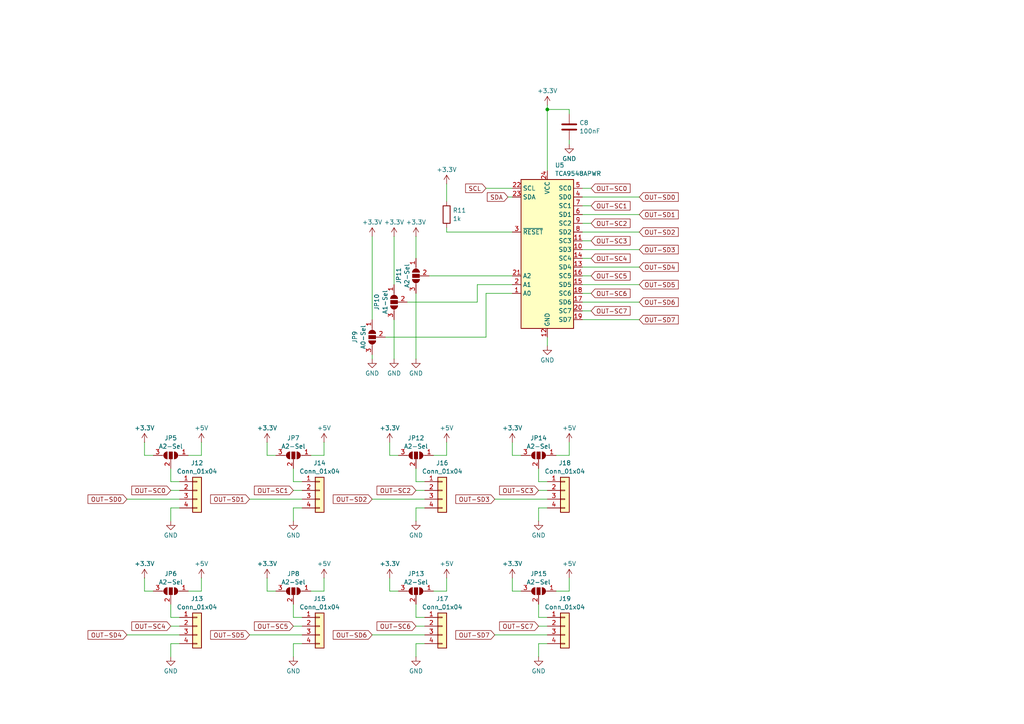
<source format=kicad_sch>
(kicad_sch (version 20231120) (generator "eeschema") (generator_version "8.0")
  (paper "A4")
  (lib_symbols
    (symbol "Connector_Generic:Conn_01x04" (pin_names (offset 1.016) hide)
      (property "Reference" "J" (at 0 5.08 0))
      (property "Value" "Conn_01x04" (at 0 -7.62 0))
      (symbol "Conn_01x04_1_1"
        (rectangle (start -1.27 -4.953) (end 0 -5.207) (stroke (width 0.1524)))
        (rectangle (start -1.27 -2.413) (end 0 -2.667) (stroke (width 0.1524)))
        (rectangle (start -1.27 0.127) (end 0 -0.127) (stroke (width 0.1524)))
        (rectangle (start -1.27 2.667) (end 0 2.413) (stroke (width 0.1524)))
        (rectangle (start -1.27 3.81) (end 1.27 -6.35) (stroke (width 0.254)) (fill (type background)))
        (pin passive line (at -5.08 2.54 0) (length 3.81) (name "Pin_1") (number "1"))
        (pin passive line (at -5.08 0 0) (length 3.81) (name "Pin_2") (number "2"))
        (pin passive line (at -5.08 -2.54 0) (length 3.81) (name "Pin_3") (number "3"))
        (pin passive line (at -5.08 -5.08 0) (length 3.81) (name "Pin_4") (number "4"))
      )
    )
    (symbol "Device:C" (pin_numbers hide) (pin_names (offset 0.254))
      (property "Reference" "C" (at 0.635 2.54 0))
      (property "Value" "C" (at 0.635 -2.54 0))
      (symbol "C_0_1"
        (polyline (pts (xy -2.032 -0.762) (xy 2.032 -0.762)) (stroke (width 0.508)))
        (polyline (pts (xy -2.032 0.762) (xy 2.032 0.762)) (stroke (width 0.508)))
      )
      (symbol "C_1_1"
        (pin passive line (at 0 3.81 270) (length 2.794) (name "~") (number "1"))
        (pin passive line (at 0 -3.81 90) (length 2.794) (name "~") (number "2"))
      )
    )
    (symbol "Device:R" (pin_numbers hide) (pin_names (offset 0))
      (property "Reference" "R" (at 2.032 0 90))
      (property "Value" "R" (at 0 0 90))
      (symbol "R_0_1"
        (rectangle (start -1.016 -2.54) (end 1.016 2.54) (stroke (width 0.254)))
      )
      (symbol "R_1_1"
        (pin passive line (at 0 3.81 270) (length 1.27) (name "~") (number "1"))
        (pin passive line (at 0 -3.81 90) (length 1.27) (name "~") (number "2"))
      )
    )
    (symbol "Interface_Expansion:TCA9548APWR"
      (property "Reference" "U" (at -7.62 21.59 0))
      (property "Value" "TCA9548APWR" (at 1.016 21.59 0))
      (symbol "TCA9548APWR_0_1"
        (rectangle (start -7.62 20.32) (end 7.62 -22.86) (stroke (width 0.254)) (fill (type background)))
      )
      (symbol "TCA9548APWR_1_1"
        (pin input line (at -10.16 -12.7 0) (length 2.54) (name "A0") (number "1"))
        (pin bidirectional line (at 10.16 0 180) (length 2.54) (name "SD3") (number "10"))
        (pin output line (at 10.16 2.54 180) (length 2.54) (name "SC3") (number "11"))
        (pin power_in line (at 0 -25.4 90) (length 2.54) (name "GND") (number "12"))
        (pin bidirectional line (at 10.16 -5.08 180) (length 2.54) (name "SD4") (number "13"))
        (pin output line (at 10.16 -2.54 180) (length 2.54) (name "SC4") (number "14"))
        (pin bidirectional line (at 10.16 -10.16 180) (length 2.54) (name "SD5") (number "15"))
        (pin output line (at 10.16 -7.62 180) (length 2.54) (name "SC5") (number "16"))
        (pin bidirectional line (at 10.16 -15.24 180) (length 2.54) (name "SD6") (number "17"))
        (pin output line (at 10.16 -12.7 180) (length 2.54) (name "SC6") (number "18"))
        (pin bidirectional line (at 10.16 -20.32 180) (length 2.54) (name "SD7") (number "19"))
        (pin input line (at -10.16 -10.16 0) (length 2.54) (name "A1") (number "2"))
        (pin output line (at 10.16 -17.78 180) (length 2.54) (name "SC7") (number "20"))
        (pin input line (at -10.16 -7.62 0) (length 2.54) (name "A2") (number "21"))
        (pin input line (at -10.16 17.78 0) (length 2.54) (name "SCL") (number "22"))
        (pin bidirectional line (at -10.16 15.24 0) (length 2.54) (name "SDA") (number "23"))
        (pin power_in line (at 0 22.86 270) (length 2.54) (name "VCC") (number "24"))
        (pin input line (at -10.16 5.08 0) (length 2.54) (name "~{RESET}") (number "3"))
        (pin bidirectional line (at 10.16 15.24 180) (length 2.54) (name "SD0") (number "4"))
        (pin output line (at 10.16 17.78 180) (length 2.54) (name "SC0") (number "5"))
        (pin bidirectional line (at 10.16 10.16 180) (length 2.54) (name "SD1") (number "6"))
        (pin output line (at 10.16 12.7 180) (length 2.54) (name "SC1") (number "7"))
        (pin bidirectional line (at 10.16 5.08 180) (length 2.54) (name "SD2") (number "8"))
        (pin output line (at 10.16 7.62 180) (length 2.54) (name "SC2") (number "9"))
      )
    )
    (symbol "Jumper:SolderJumper_3_Open" (pin_names (offset 0) hide) (exclude_from_sim yes) (in_bom no)
      (property "Reference" "JP" (at -2.54 -2.54 0))
      (property "Value" "SolderJumper_3_Open" (at 0 2.794 0))
      (symbol "SolderJumper_3_Open_0_1"
        (arc (start -1.016 1.016) (mid -2.0276 0) (end -1.016 -1.016))
        (arc (start -1.016 1.016) (mid -2.0276 0) (end -1.016 -1.016) (fill (type outline)))
        (rectangle (start -0.508 1.016) (end 0.508 -1.016) (fill (type outline)))
        (polyline (pts (xy -2.54 0) (xy -2.032 0)))
        (polyline (pts (xy -1.016 1.016) (xy -1.016 -1.016)))
        (polyline (pts (xy 0 -1.27) (xy 0 -1.016)))
        (polyline (pts (xy 1.016 1.016) (xy 1.016 -1.016)))
        (polyline (pts (xy 2.54 0) (xy 2.032 0)))
        (arc (start 1.016 -1.016) (mid 2.0276 0) (end 1.016 1.016))
        (arc (start 1.016 -1.016) (mid 2.0276 0) (end 1.016 1.016) (fill (type outline)))
      )
      (symbol "SolderJumper_3_Open_1_1"
        (pin passive line (at -5.08 0 0) (length 2.54) (name "A") (number "1"))
        (pin passive line (at 0 -3.81 90) (length 2.54) (name "C") (number "2"))
        (pin passive line (at 5.08 0 180) (length 2.54) (name "B") (number "3"))
      )
    )
    (symbol "power:+3.3V" (power) (pin_numbers hide) (pin_names (offset 0) hide)
      (property "Value" "+3.3V" (at 0 3.556 0))
      (symbol "+3.3V_0_1"
        (polyline (pts (xy -0.762 1.27) (xy 0 2.54)))
        (polyline (pts (xy 0 0) (xy 0 2.54)))
        (polyline (pts (xy 0 2.54) (xy 0.762 1.27)))
      )
      (symbol "+3.3V_1_1"
        (pin power_in line (at 0 0 90) (length 0) (name "~") (number "1"))
      )
    )
    (symbol "power:+5V" (power) (pin_numbers hide) (pin_names (offset 0) hide)
      (property "Value" "+5V" (at 0 3.556 0))
      (symbol "+5V_0_1"
        (polyline (pts (xy -0.762 1.27) (xy 0 2.54)))
        (polyline (pts (xy 0 0) (xy 0 2.54)))
        (polyline (pts (xy 0 2.54) (xy 0.762 1.27)))
      )
      (symbol "+5V_1_1"
        (pin power_in line (at 0 0 90) (length 0) (name "~") (number "1"))
      )
    )
    (symbol "power:GND" (power) (pin_numbers hide) (pin_names (offset 0) hide)
      (property "Value" "GND" (at 0 -3.81 0))
      (symbol "GND_0_1"
        (polyline (pts (xy 0 0) (xy 0 -1.27) (xy 1.27 -1.27) (xy 0 -2.54) (xy -1.27 -1.27) (xy 0 -1.27)))
      )
      (symbol "GND_1_1"
        (pin power_in line (at 0 0 270) (length 0) (name "~") (number "1"))
      )
    )
  )
  (junction (at 158.75 31.75))
  (wire (pts (xy 158.75 97.79) (xy 158.75 100.33)))
  (wire (pts (xy 129.54 132.08) (xy 129.54 128.27)))
  (wire (pts (xy 140.97 54.61) (xy 148.59 54.61)))
  (wire (pts (xy 58.42 132.08) (xy 58.42 128.27)))
  (wire (pts (xy 140.97 97.79) (xy 111.76 97.79)))
  (wire (pts (xy 165.1 171.45) (xy 165.1 167.64)))
  (wire (pts (xy 120.65 142.24) (xy 123.19 142.24)))
  (wire (pts (xy 147.32 57.15) (xy 148.59 57.15)))
  (wire (pts (xy 85.09 179.07) (xy 87.63 179.07)))
  (wire (pts (xy 90.17 171.45) (xy 93.98 171.45)))
  (wire (pts (xy 120.65 139.7) (xy 123.19 139.7)))
  (wire (pts (xy 168.91 64.77) (xy 171.45 64.77)))
  (wire (pts (xy 158.75 31.75) (xy 158.75 49.53)))
  (wire (pts (xy 85.09 147.32) (xy 85.09 151.13)))
  (wire (pts (xy 168.91 69.85) (xy 171.45 69.85)))
  (wire (pts (xy 85.09 181.61) (xy 87.63 181.61)))
  (wire (pts (xy 168.91 62.23) (xy 185.42 62.23)))
  (wire (pts (xy 41.91 167.64) (xy 41.91 171.45)))
  (wire (pts (xy 107.95 144.78) (xy 123.19 144.78)))
  (wire (pts (xy 93.98 132.08) (xy 93.98 128.27)))
  (wire (pts (xy 156.21 175.26) (xy 156.21 179.07)))
  (wire (pts (xy 49.53 135.89) (xy 49.53 139.7)))
  (wire (pts (xy 168.91 80.01) (xy 171.45 80.01)))
  (wire (pts (xy 85.09 135.89) (xy 85.09 139.7)))
  (wire (pts (xy 165.1 40.64) (xy 165.1 41.91)))
  (wire (pts (xy 120.65 85.09) (xy 120.65 104.14)))
  (wire (pts (xy 87.63 186.69) (xy 85.09 186.69)))
  (wire (pts (xy 129.54 171.45) (xy 129.54 167.64)))
  (wire (pts (xy 41.91 171.45) (xy 44.45 171.45)))
  (wire (pts (xy 114.3 92.71) (xy 114.3 104.14)))
  (wire (pts (xy 168.91 74.93) (xy 171.45 74.93)))
  (wire (pts (xy 168.91 72.39) (xy 185.42 72.39)))
  (wire (pts (xy 125.73 171.45) (xy 129.54 171.45)))
  (wire (pts (xy 36.83 184.15) (xy 52.07 184.15)))
  (wire (pts (xy 158.75 30.48) (xy 158.75 31.75)))
  (wire (pts (xy 156.21 179.07) (xy 158.75 179.07)))
  (wire (pts (xy 77.47 167.64) (xy 77.47 171.45)))
  (wire (pts (xy 148.59 82.55) (xy 138.43 82.55)))
  (wire (pts (xy 41.91 132.08) (xy 44.45 132.08)))
  (wire (pts (xy 58.42 171.45) (xy 58.42 167.64)))
  (wire (pts (xy 52.07 186.69) (xy 49.53 186.69)))
  (wire (pts (xy 148.59 167.64) (xy 148.59 171.45)))
  (wire (pts (xy 49.53 175.26) (xy 49.53 179.07)))
  (wire (pts (xy 156.21 147.32) (xy 156.21 151.13)))
  (wire (pts (xy 125.73 132.08) (xy 129.54 132.08)))
  (wire (pts (xy 156.21 135.89) (xy 156.21 139.7)))
  (wire (pts (xy 54.61 132.08) (xy 58.42 132.08)))
  (wire (pts (xy 107.95 68.58) (xy 107.95 92.71)))
  (wire (pts (xy 168.91 85.09) (xy 171.45 85.09)))
  (wire (pts (xy 41.91 128.27) (xy 41.91 132.08)))
  (wire (pts (xy 120.65 181.61) (xy 123.19 181.61)))
  (wire (pts (xy 161.29 132.08) (xy 165.1 132.08)))
  (wire (pts (xy 72.39 184.15) (xy 87.63 184.15)))
  (wire (pts (xy 158.75 147.32) (xy 156.21 147.32)))
  (wire (pts (xy 77.47 171.45) (xy 80.01 171.45)))
  (wire (pts (xy 114.3 68.58) (xy 114.3 82.55)))
  (wire (pts (xy 168.91 59.69) (xy 171.45 59.69)))
  (wire (pts (xy 85.09 139.7) (xy 87.63 139.7)))
  (wire (pts (xy 138.43 82.55) (xy 138.43 87.63)))
  (wire (pts (xy 49.53 186.69) (xy 49.53 190.5)))
  (wire (pts (xy 123.19 147.32) (xy 120.65 147.32)))
  (wire (pts (xy 143.51 184.15) (xy 158.75 184.15)))
  (wire (pts (xy 129.54 67.31) (xy 129.54 66.04)))
  (wire (pts (xy 113.03 171.45) (xy 115.57 171.45)))
  (wire (pts (xy 120.65 186.69) (xy 120.65 190.5)))
  (wire (pts (xy 120.65 68.58) (xy 120.65 74.93)))
  (wire (pts (xy 113.03 167.64) (xy 113.03 171.45)))
  (wire (pts (xy 123.19 186.69) (xy 120.65 186.69)))
  (wire (pts (xy 158.75 31.75) (xy 165.1 31.75)))
  (wire (pts (xy 168.91 67.31) (xy 185.42 67.31)))
  (wire (pts (xy 143.51 144.78) (xy 158.75 144.78)))
  (wire (pts (xy 107.95 184.15) (xy 123.19 184.15)))
  (wire (pts (xy 120.65 147.32) (xy 120.65 151.13)))
  (wire (pts (xy 168.91 54.61) (xy 171.45 54.61)))
  (wire (pts (xy 120.65 175.26) (xy 120.65 179.07)))
  (wire (pts (xy 52.07 147.32) (xy 49.53 147.32)))
  (wire (pts (xy 77.47 128.27) (xy 77.47 132.08)))
  (wire (pts (xy 168.91 77.47) (xy 185.42 77.47)))
  (wire (pts (xy 85.09 175.26) (xy 85.09 179.07)))
  (wire (pts (xy 120.65 179.07) (xy 123.19 179.07)))
  (wire (pts (xy 148.59 132.08) (xy 151.13 132.08)))
  (wire (pts (xy 49.53 179.07) (xy 52.07 179.07)))
  (wire (pts (xy 129.54 53.34) (xy 129.54 58.42)))
  (wire (pts (xy 49.53 142.24) (xy 52.07 142.24)))
  (wire (pts (xy 156.21 139.7) (xy 158.75 139.7)))
  (wire (pts (xy 165.1 132.08) (xy 165.1 128.27)))
  (wire (pts (xy 148.59 128.27) (xy 148.59 132.08)))
  (wire (pts (xy 113.03 132.08) (xy 115.57 132.08)))
  (wire (pts (xy 148.59 171.45) (xy 151.13 171.45)))
  (wire (pts (xy 168.91 90.17) (xy 171.45 90.17)))
  (wire (pts (xy 156.21 142.24) (xy 158.75 142.24)))
  (wire (pts (xy 49.53 139.7) (xy 52.07 139.7)))
  (wire (pts (xy 165.1 33.02) (xy 165.1 31.75)))
  (wire (pts (xy 124.46 80.01) (xy 148.59 80.01)))
  (wire (pts (xy 85.09 142.24) (xy 87.63 142.24)))
  (wire (pts (xy 49.53 147.32) (xy 49.53 151.13)))
  (wire (pts (xy 140.97 85.09) (xy 140.97 97.79)))
  (wire (pts (xy 158.75 186.69) (xy 156.21 186.69)))
  (wire (pts (xy 118.11 87.63) (xy 138.43 87.63)))
  (wire (pts (xy 168.91 57.15) (xy 185.42 57.15)))
  (wire (pts (xy 168.91 92.71) (xy 185.42 92.71)))
  (wire (pts (xy 93.98 171.45) (xy 93.98 167.64)))
  (wire (pts (xy 120.65 135.89) (xy 120.65 139.7)))
  (wire (pts (xy 72.39 144.78) (xy 87.63 144.78)))
  (wire (pts (xy 148.59 67.31) (xy 129.54 67.31)))
  (wire (pts (xy 85.09 186.69) (xy 85.09 190.5)))
  (wire (pts (xy 156.21 181.61) (xy 158.75 181.61)))
  (wire (pts (xy 107.95 102.87) (xy 107.95 104.14)))
  (wire (pts (xy 36.83 144.78) (xy 52.07 144.78)))
  (wire (pts (xy 168.91 87.63) (xy 185.42 87.63)))
  (wire (pts (xy 54.61 171.45) (xy 58.42 171.45)))
  (wire (pts (xy 77.47 132.08) (xy 80.01 132.08)))
  (wire (pts (xy 161.29 171.45) (xy 165.1 171.45)))
  (wire (pts (xy 156.21 186.69) (xy 156.21 190.5)))
  (wire (pts (xy 148.59 85.09) (xy 140.97 85.09)))
  (wire (pts (xy 168.91 82.55) (xy 185.42 82.55)))
  (wire (pts (xy 90.17 132.08) (xy 93.98 132.08)))
  (wire (pts (xy 87.63 147.32) (xy 85.09 147.32)))
  (wire (pts (xy 49.53 181.61) (xy 52.07 181.61)))
  (wire (pts (xy 113.03 128.27) (xy 113.03 132.08)))
  (global_label "SDA" (shape input) (at 147.32 57.15 180) (property "Intersheetrefs" "${INTERSHEET_REFS}" (effects (hide yes))))
  (global_label "OUT-SD0" (shape input) (at 185.42 57.15 0) (property "Intersheetrefs" "${INTERSHEET_REFS}" (effects (hide yes))))
  (global_label "OUT-SC3" (shape input) (at 171.45 69.85 0) (property "Intersheetrefs" "${INTERSHEET_REFS}" (effects (hide yes))))
  (global_label "OUT-SD7" (shape input) (at 143.51 184.15 180) (property "Intersheetrefs" "${INTERSHEET_REFS}" (effects (hide yes))))
  (global_label "OUT-SC5" (shape input) (at 85.09 181.61 180) (property "Intersheetrefs" "${INTERSHEET_REFS}" (effects (hide yes))))
  (global_label "OUT-SC3" (shape input) (at 156.21 142.24 180) (property "Intersheetrefs" "${INTERSHEET_REFS}" (effects (hide yes))))
  (global_label "OUT-SD6" (shape input) (at 185.42 87.63 0) (property "Intersheetrefs" "${INTERSHEET_REFS}" (effects (hide yes))))
  (global_label "OUT-SC7" (shape input) (at 171.45 90.17 0) (property "Intersheetrefs" "${INTERSHEET_REFS}" (effects (hide yes))))
  (global_label "OUT-SC2" (shape input) (at 120.65 142.24 180) (property "Intersheetrefs" "${INTERSHEET_REFS}" (effects (hide yes))))
  (global_label "OUT-SC4" (shape input) (at 49.53 181.61 180) (property "Intersheetrefs" "${INTERSHEET_REFS}" (effects (hide yes))))
  (global_label "OUT-SD5" (shape input) (at 185.42 82.55 0) (property "Intersheetrefs" "${INTERSHEET_REFS}" (effects (hide yes))))
  (global_label "OUT-SC0" (shape input) (at 171.45 54.61 0) (property "Intersheetrefs" "${INTERSHEET_REFS}" (effects (hide yes))))
  (global_label "OUT-SD1" (shape input) (at 72.39 144.78 180) (property "Intersheetrefs" "${INTERSHEET_REFS}" (effects (hide yes))))
  (global_label "OUT-SC4" (shape input) (at 171.45 74.93 0) (property "Intersheetrefs" "${INTERSHEET_REFS}" (effects (hide yes))))
  (global_label "OUT-SC7" (shape input) (at 156.21 181.61 180) (property "Intersheetrefs" "${INTERSHEET_REFS}" (effects (hide yes))))
  (global_label "OUT-SD2" (shape input) (at 185.42 67.31 0) (property "Intersheetrefs" "${INTERSHEET_REFS}" (effects (hide yes))))
  (global_label "OUT-SC5" (shape input) (at 171.45 80.01 0) (property "Intersheetrefs" "${INTERSHEET_REFS}" (effects (hide yes))))
  (global_label "OUT-SD2" (shape input) (at 107.95 144.78 180) (property "Intersheetrefs" "${INTERSHEET_REFS}" (effects (hide yes))))
  (global_label "OUT-SC2" (shape input) (at 171.45 64.77 0) (property "Intersheetrefs" "${INTERSHEET_REFS}" (effects (hide yes))))
  (global_label "OUT-SD4" (shape input) (at 36.83 184.15 180) (property "Intersheetrefs" "${INTERSHEET_REFS}" (effects (hide yes))))
  (global_label "OUT-SD6" (shape input) (at 107.95 184.15 180) (property "Intersheetrefs" "${INTERSHEET_REFS}" (effects (hide yes))))
  (global_label "OUT-SD3" (shape input) (at 143.51 144.78 180) (property "Intersheetrefs" "${INTERSHEET_REFS}" (effects (hide yes))))
  (global_label "OUT-SC6" (shape input) (at 120.65 181.61 180) (property "Intersheetrefs" "${INTERSHEET_REFS}" (effects (hide yes))))
  (global_label "OUT-SC6" (shape input) (at 171.45 85.09 0) (property "Intersheetrefs" "${INTERSHEET_REFS}" (effects (hide yes))))
  (global_label "OUT-SD4" (shape input) (at 185.42 77.47 0) (property "Intersheetrefs" "${INTERSHEET_REFS}" (effects (hide yes))))
  (global_label "SCL" (shape input) (at 140.97 54.61 180) (property "Intersheetrefs" "${INTERSHEET_REFS}" (effects (hide yes))))
  (global_label "OUT-SD1" (shape input) (at 185.42 62.23 0) (property "Intersheetrefs" "${INTERSHEET_REFS}" (effects (hide yes))))
  (global_label "OUT-SD3" (shape input) (at 185.42 72.39 0) (property "Intersheetrefs" "${INTERSHEET_REFS}" (effects (hide yes))))
  (global_label "OUT-SD5" (shape input) (at 72.39 184.15 180) (property "Intersheetrefs" "${INTERSHEET_REFS}" (effects (hide yes))))
  (global_label "OUT-SC1" (shape input) (at 171.45 59.69 0) (property "Intersheetrefs" "${INTERSHEET_REFS}" (effects (hide yes))))
  (global_label "OUT-SD0" (shape input) (at 36.83 144.78 180) (property "Intersheetrefs" "${INTERSHEET_REFS}" (effects (hide yes))))
  (global_label "OUT-SC1" (shape input) (at 85.09 142.24 180) (property "Intersheetrefs" "${INTERSHEET_REFS}" (effects (hide yes))))
  (global_label "OUT-SC0" (shape input) (at 49.53 142.24 180) (property "Intersheetrefs" "${INTERSHEET_REFS}" (effects (hide yes))))
  (global_label "OUT-SD7" (shape input) (at 185.42 92.71 0) (property "Intersheetrefs" "${INTERSHEET_REFS}" (effects (hide yes))))
  (symbol (lib_id "power:GND") (at 158.75 100.33 0) (unit 1)
    (property "Reference" "#PWR076" (effects (hide yes)))
    (property "Value" "GND" (at 158.75 104.4631 0))
    (property "Description" "Power symbol creates a global label with name \"GND\" , ground" (effects (hide yes)))
  )
  (symbol (lib_id "Device:C") (at 165.1 36.83 0) (unit 1)
    (property "Reference" "C8" (at 168.021 35.6178 0) (effects (justify left)))
    (property "Value" "100nF" (at 168.021 38.0421 0) (effects (justify left)))
    (property "Footprint" "Capacitor_SMD:C_0603_1608Metric_Pad1.08x0.95mm_HandSolder" (effects (hide yes)))
    (property "Description" "Unpolarized capacitor" (effects (hide yes)))
  )
  (symbol (lib_id "Connector_Generic:Conn_01x04") (at 163.83 181.61 0) (unit 1)
    (property "Reference" "J19" (at 163.83 173.6555 0))
    (property "Value" "Conn_01x04" (at 163.83 176.0798 0))
    (property "Footprint" "spta:SPTA-1-4-3,5" (effects (hide yes)))
    (property "Description" "Generic connector, single row, 01x04, script generated (kicad-library-utils/schlib/autogen/connector/)" (effects (hide yes)))
  )
  (symbol (lib_id "Interface_Expansion:TCA9548APWR") (at 158.75 72.39 0) (unit 1)
    (property "Reference" "U5" (at 160.9441 47.9255 0) (effects (justify left)))
    (property "Value" "TCA9548APWR" (at 160.9441 50.3498 0) (effects (justify left)))
    (property "Footprint" "Package_SO:TSSOP-24_4.4x7.8mm_P0.65mm" (effects (hide yes)))
    (property "Datasheet" "http://www.ti.com/lit/ds/symlink/tca9548a.pdf" (effects (hide yes)))
    (property "Description" "Low voltage 8-channel I2C switch with reset, TSSOP-24" (effects (hide yes)))
  )
  (symbol (lib_id "Jumper:SolderJumper_3_Open") (at 120.65 80.01 90) (mirror x) (unit 1) (exclude_from_sim yes) (in_bom no)
    (property "Reference" "JP11" (at 115.6165 80.01 0))
    (property "Value" "A2-Sel" (at 118.0408 80.01 0))
    (property "Footprint" "Jumper:SolderJumper-3_P1.3mm_Open_RoundedPad1.0x1.5mm_NumberLabels" (effects (hide yes)))
    (property "Description" "Solder Jumper, 3-pole, open" (effects (hide yes)))
  )
  (symbol (lib_id "Jumper:SolderJumper_3_Open") (at 49.53 171.45 0) (mirror y) (unit 1) (exclude_from_sim yes) (in_bom no)
    (property "Reference" "JP6" (at 49.53 166.4165 0))
    (property "Value" "A2-Sel" (at 49.53 168.8408 0))
    (property "Footprint" "Jumper:SolderJumper-3_P1.3mm_Open_RoundedPad1.0x1.5mm_NumberLabels" (effects (hide yes)))
    (property "Description" "Solder Jumper, 3-pole, open" (effects (hide yes)))
  )
  (symbol (lib_id "power:+5V") (at 129.54 167.64 0) (unit 1)
    (property "Reference" "#PWR070" (effects (hide yes)))
    (property "Value" "+5V" (at 129.54 163.5069 0))
    (property "Description" "Power symbol creates a global label with name \"+5V\"" (effects (hide yes)))
  )
  (symbol (lib_id "Jumper:SolderJumper_3_Open") (at 114.3 87.63 90) (mirror x) (unit 1) (exclude_from_sim yes) (in_bom no)
    (property "Reference" "JP10" (at 109.2665 87.63 0))
    (property "Value" "A1-Sel" (at 111.6908 87.63 0))
    (property "Footprint" "Jumper:SolderJumper-3_P1.3mm_Open_RoundedPad1.0x1.5mm_NumberLabels" (effects (hide yes)))
    (property "Description" "Solder Jumper, 3-pole, open" (effects (hide yes)))
  )
  (symbol (lib_id "power:GND") (at 165.1 41.91 0) (unit 1)
    (property "Reference" "#PWR077" (effects (hide yes)))
    (property "Value" "GND" (at 165.1 46.0431 0))
    (property "Description" "Power symbol creates a global label with name \"GND\" , ground" (effects (hide yes)))
  )
  (symbol (lib_id "power:+3.3V") (at 77.47 128.27 0) (unit 1)
    (property "Reference" "#PWR052" (effects (hide yes)))
    (property "Value" "+3.3V" (at 77.47 124.1369 0))
    (property "Description" "Power symbol creates a global label with name \"+3.3V\"" (effects (hide yes)))
  )
  (symbol (lib_id "power:GND") (at 114.3 104.14 0) (unit 1)
    (property "Reference" "#PWR063" (effects (hide yes)))
    (property "Value" "GND" (at 114.3 108.2731 0))
    (property "Description" "Power symbol creates a global label with name \"GND\" , ground" (effects (hide yes)))
  )
  (symbol (lib_id "power:+5V") (at 58.42 128.27 0) (unit 1)
    (property "Reference" "#PWR050" (effects (hide yes)))
    (property "Value" "+5V" (at 58.42 124.1369 0))
    (property "Description" "Power symbol creates a global label with name \"+5V\"" (effects (hide yes)))
  )
  (symbol (lib_id "power:+3.3V") (at 148.59 128.27 0) (unit 1)
    (property "Reference" "#PWR071" (effects (hide yes)))
    (property "Value" "+3.3V" (at 148.59 124.1369 0))
    (property "Description" "Power symbol creates a global label with name \"+3.3V\"" (effects (hide yes)))
  )
  (symbol (lib_id "power:GND") (at 120.65 190.5 0) (unit 1)
    (property "Reference" "#PWR067" (effects (hide yes)))
    (property "Value" "GND" (at 120.65 194.6331 0))
    (property "Description" "Power symbol creates a global label with name \"GND\" , ground" (effects (hide yes)))
  )
  (symbol (lib_id "power:+5V") (at 165.1 167.64 0) (unit 1)
    (property "Reference" "#PWR079" (effects (hide yes)))
    (property "Value" "+5V" (at 165.1 163.5069 0))
    (property "Description" "Power symbol creates a global label with name \"+5V\"" (effects (hide yes)))
  )
  (symbol (lib_id "power:GND") (at 156.21 190.5 0) (unit 1)
    (property "Reference" "#PWR074" (effects (hide yes)))
    (property "Value" "GND" (at 156.21 194.6331 0))
    (property "Description" "Power symbol creates a global label with name \"GND\" , ground" (effects (hide yes)))
  )
  (symbol (lib_id "Connector_Generic:Conn_01x04") (at 57.15 142.24 0) (unit 1)
    (property "Reference" "J12" (at 57.15 134.2855 0))
    (property "Value" "Conn_01x04" (at 57.15 136.7098 0))
    (property "Footprint" "spta:SPTA-1-4-3,5" (effects (hide yes)))
    (property "Description" "Generic connector, single row, 01x04, script generated (kicad-library-utils/schlib/autogen/connector/)" (effects (hide yes)))
  )
  (symbol (lib_id "power:+3.3V") (at 158.75 30.48 0) (unit 1)
    (property "Reference" "#PWR075" (effects (hide yes)))
    (property "Value" "+3.3V" (at 158.75 26.3469 0))
    (property "Description" "Power symbol creates a global label with name \"+3.3V\"" (effects (hide yes)))
  )
  (symbol (lib_id "power:+5V") (at 165.1 128.27 0) (unit 1)
    (property "Reference" "#PWR078" (effects (hide yes)))
    (property "Value" "+5V" (at 165.1 124.1369 0))
    (property "Description" "Power symbol creates a global label with name \"+5V\"" (effects (hide yes)))
  )
  (symbol (lib_id "power:+3.3V") (at 148.59 167.64 0) (unit 1)
    (property "Reference" "#PWR072" (effects (hide yes)))
    (property "Value" "+3.3V" (at 148.59 163.5069 0))
    (property "Description" "Power symbol creates a global label with name \"+3.3V\"" (effects (hide yes)))
  )
  (symbol (lib_id "power:GND") (at 120.65 151.13 0) (unit 1)
    (property "Reference" "#PWR066" (effects (hide yes)))
    (property "Value" "GND" (at 120.65 155.2631 0))
    (property "Description" "Power symbol creates a global label with name \"GND\" , ground" (effects (hide yes)))
  )
  (symbol (lib_id "power:GND") (at 49.53 190.5 0) (unit 1)
    (property "Reference" "#PWR049" (effects (hide yes)))
    (property "Value" "GND" (at 49.53 194.6331 0))
    (property "Description" "Power symbol creates a global label with name \"GND\" , ground" (effects (hide yes)))
  )
  (symbol (lib_id "Device:R") (at 129.54 62.23 0) (unit 1)
    (property "Reference" "R11" (at 131.318 61.0178 0) (effects (justify left)))
    (property "Value" "1k" (at 131.318 63.4421 0) (effects (justify left)))
    (property "Footprint" "Resistor_SMD:R_0603_1608Metric_Pad0.98x0.95mm_HandSolder" (effects (hide yes)))
    (property "Description" "Resistor" (effects (hide yes)))
  )
  (symbol (lib_id "power:+3.3V") (at 41.91 167.64 0) (unit 1)
    (property "Reference" "#PWR047" (effects (hide yes)))
    (property "Value" "+3.3V" (at 41.91 163.5069 0))
    (property "Description" "Power symbol creates a global label with name \"+3.3V\"" (effects (hide yes)))
  )
  (symbol (lib_id "power:+3.3V") (at 113.03 167.64 0) (unit 1)
    (property "Reference" "#PWR061" (effects (hide yes)))
    (property "Value" "+3.3V" (at 113.03 163.5069 0))
    (property "Description" "Power symbol creates a global label with name \"+3.3V\"" (effects (hide yes)))
  )
  (symbol (lib_id "Jumper:SolderJumper_3_Open") (at 107.95 97.79 90) (mirror x) (unit 1) (exclude_from_sim yes) (in_bom no)
    (property "Reference" "JP9" (at 102.9165 97.79 0))
    (property "Value" "A0-Sel" (at 105.3408 97.79 0))
    (property "Footprint" "Jumper:SolderJumper-3_P1.3mm_Open_RoundedPad1.0x1.5mm_NumberLabels" (effects (hide yes)))
    (property "Description" "Solder Jumper, 3-pole, open" (effects (hide yes)))
  )
  (symbol (lib_id "power:GND") (at 85.09 190.5 0) (unit 1)
    (property "Reference" "#PWR055" (effects (hide yes)))
    (property "Value" "GND" (at 85.09 194.6331 0))
    (property "Description" "Power symbol creates a global label with name \"GND\" , ground" (effects (hide yes)))
  )
  (symbol (lib_id "Connector_Generic:Conn_01x04") (at 128.27 181.61 0) (unit 1)
    (property "Reference" "J17" (at 128.27 173.6555 0))
    (property "Value" "Conn_01x04" (at 128.27 176.0798 0))
    (property "Footprint" "spta:SPTA-1-4-3,5" (effects (hide yes)))
    (property "Description" "Generic connector, single row, 01x04, script generated (kicad-library-utils/schlib/autogen/connector/)" (effects (hide yes)))
  )
  (symbol (lib_id "power:+3.3V") (at 120.65 68.58 0) (unit 1)
    (property "Reference" "#PWR064" (effects (hide yes)))
    (property "Value" "+3.3V" (at 120.65 64.4469 0))
    (property "Description" "Power symbol creates a global label with name \"+3.3V\"" (effects (hide yes)))
  )
  (symbol (lib_id "power:+5V") (at 93.98 128.27 0) (unit 1)
    (property "Reference" "#PWR056" (effects (hide yes)))
    (property "Value" "+5V" (at 93.98 124.1369 0))
    (property "Description" "Power symbol creates a global label with name \"+5V\"" (effects (hide yes)))
  )
  (symbol (lib_id "Jumper:SolderJumper_3_Open") (at 85.09 171.45 0) (mirror y) (unit 1) (exclude_from_sim yes) (in_bom no)
    (property "Reference" "JP8" (at 85.09 166.4165 0))
    (property "Value" "A2-Sel" (at 85.09 168.8408 0))
    (property "Footprint" "Jumper:SolderJumper-3_P1.3mm_Open_RoundedPad1.0x1.5mm_NumberLabels" (effects (hide yes)))
    (property "Description" "Solder Jumper, 3-pole, open" (effects (hide yes)))
  )
  (symbol (lib_id "Connector_Generic:Conn_01x04") (at 57.15 181.61 0) (unit 1)
    (property "Reference" "J13" (at 57.15 173.6555 0))
    (property "Value" "Conn_01x04" (at 57.15 176.0798 0))
    (property "Footprint" "spta:SPTA-1-4-3,5" (effects (hide yes)))
    (property "Description" "Generic connector, single row, 01x04, script generated (kicad-library-utils/schlib/autogen/connector/)" (effects (hide yes)))
  )
  (symbol (lib_id "power:GND") (at 49.53 151.13 0) (unit 1)
    (property "Reference" "#PWR048" (effects (hide yes)))
    (property "Value" "GND" (at 49.53 155.2631 0))
    (property "Description" "Power symbol creates a global label with name \"GND\" , ground" (effects (hide yes)))
  )
  (symbol (lib_id "Jumper:SolderJumper_3_Open") (at 120.65 171.45 0) (mirror y) (unit 1) (exclude_from_sim yes) (in_bom no)
    (property "Reference" "JP13" (at 120.65 166.4165 0))
    (property "Value" "A2-Sel" (at 120.65 168.8408 0))
    (property "Footprint" "Jumper:SolderJumper-3_P1.3mm_Open_RoundedPad1.0x1.5mm_NumberLabels" (effects (hide yes)))
    (property "Description" "Solder Jumper, 3-pole, open" (effects (hide yes)))
  )
  (symbol (lib_id "power:+3.3V") (at 107.95 68.58 0) (unit 1)
    (property "Reference" "#PWR058" (effects (hide yes)))
    (property "Value" "+3.3V" (at 107.95 64.4469 0))
    (property "Description" "Power symbol creates a global label with name \"+3.3V\"" (effects (hide yes)))
  )
  (symbol (lib_id "power:+3.3V") (at 77.47 167.64 0) (unit 1)
    (property "Reference" "#PWR053" (effects (hide yes)))
    (property "Value" "+3.3V" (at 77.47 163.5069 0))
    (property "Description" "Power symbol creates a global label with name \"+3.3V\"" (effects (hide yes)))
  )
  (symbol (lib_id "power:+5V") (at 58.42 167.64 0) (unit 1)
    (property "Reference" "#PWR051" (effects (hide yes)))
    (property "Value" "+5V" (at 58.42 163.5069 0))
    (property "Description" "Power symbol creates a global label with name \"+5V\"" (effects (hide yes)))
  )
  (symbol (lib_id "Connector_Generic:Conn_01x04") (at 92.71 181.61 0) (unit 1)
    (property "Reference" "J15" (at 92.71 173.6555 0))
    (property "Value" "Conn_01x04" (at 92.71 176.0798 0))
    (property "Footprint" "spta:SPTA-1-4-3,5" (effects (hide yes)))
    (property "Description" "Generic connector, single row, 01x04, script generated (kicad-library-utils/schlib/autogen/connector/)" (effects (hide yes)))
  )
  (symbol (lib_id "power:GND") (at 156.21 151.13 0) (unit 1)
    (property "Reference" "#PWR073" (effects (hide yes)))
    (property "Value" "GND" (at 156.21 155.2631 0))
    (property "Description" "Power symbol creates a global label with name \"GND\" , ground" (effects (hide yes)))
  )
  (symbol (lib_id "power:GND") (at 85.09 151.13 0) (unit 1)
    (property "Reference" "#PWR054" (effects (hide yes)))
    (property "Value" "GND" (at 85.09 155.2631 0))
    (property "Description" "Power symbol creates a global label with name \"GND\" , ground" (effects (hide yes)))
  )
  (symbol (lib_id "power:+3.3V") (at 114.3 68.58 0) (unit 1)
    (property "Reference" "#PWR062" (effects (hide yes)))
    (property "Value" "+3.3V" (at 114.3 64.4469 0))
    (property "Description" "Power symbol creates a global label with name \"+3.3V\"" (effects (hide yes)))
  )
  (symbol (lib_id "power:+3.3V") (at 129.54 53.34 0) (unit 1)
    (property "Reference" "#PWR068" (effects (hide yes)))
    (property "Value" "+3.3V" (at 129.54 49.2069 0))
    (property "Description" "Power symbol creates a global label with name \"+3.3V\"" (effects (hide yes)))
  )
  (symbol (lib_id "power:+5V") (at 93.98 167.64 0) (unit 1)
    (property "Reference" "#PWR057" (effects (hide yes)))
    (property "Value" "+5V" (at 93.98 163.5069 0))
    (property "Description" "Power symbol creates a global label with name \"+5V\"" (effects (hide yes)))
  )
  (symbol (lib_id "Connector_Generic:Conn_01x04") (at 163.83 142.24 0) (unit 1)
    (property "Reference" "J18" (at 163.83 134.2855 0))
    (property "Value" "Conn_01x04" (at 163.83 136.7098 0))
    (property "Footprint" "spta:SPTA-1-4-3,5" (effects (hide yes)))
    (property "Description" "Generic connector, single row, 01x04, script generated (kicad-library-utils/schlib/autogen/connector/)" (effects (hide yes)))
  )
  (symbol (lib_id "power:GND") (at 120.65 104.14 0) (unit 1)
    (property "Reference" "#PWR065" (effects (hide yes)))
    (property "Value" "GND" (at 120.65 108.2731 0))
    (property "Description" "Power symbol creates a global label with name \"GND\" , ground" (effects (hide yes)))
  )
  (symbol (lib_id "power:GND") (at 107.95 104.14 0) (unit 1)
    (property "Reference" "#PWR059" (effects (hide yes)))
    (property "Value" "GND" (at 107.95 108.2731 0))
    (property "Description" "Power symbol creates a global label with name \"GND\" , ground" (effects (hide yes)))
  )
  (symbol (lib_id "Jumper:SolderJumper_3_Open") (at 120.65 132.08 0) (mirror y) (unit 1) (exclude_from_sim yes) (in_bom no)
    (property "Reference" "JP12" (at 120.65 127.0465 0))
    (property "Value" "A2-Sel" (at 120.65 129.4708 0))
    (property "Footprint" "Jumper:SolderJumper-3_P1.3mm_Open_RoundedPad1.0x1.5mm_NumberLabels" (effects (hide yes)))
    (property "Description" "Solder Jumper, 3-pole, open" (effects (hide yes)))
  )
  (symbol (lib_id "Jumper:SolderJumper_3_Open") (at 49.53 132.08 0) (mirror y) (unit 1) (exclude_from_sim yes) (in_bom no)
    (property "Reference" "JP5" (at 49.53 127.0465 0))
    (property "Value" "A2-Sel" (at 49.53 129.4708 0))
    (property "Footprint" "Jumper:SolderJumper-3_P1.3mm_Open_RoundedPad1.0x1.5mm_NumberLabels" (effects (hide yes)))
    (property "Description" "Solder Jumper, 3-pole, open" (effects (hide yes)))
  )
  (symbol (lib_id "power:+3.3V") (at 113.03 128.27 0) (unit 1)
    (property "Reference" "#PWR060" (effects (hide yes)))
    (property "Value" "+3.3V" (at 113.03 124.1369 0))
    (property "Description" "Power symbol creates a global label with name \"+3.3V\"" (effects (hide yes)))
  )
  (symbol (lib_id "Jumper:SolderJumper_3_Open") (at 156.21 171.45 0) (mirror y) (unit 1) (exclude_from_sim yes) (in_bom no)
    (property "Reference" "JP15" (at 156.21 166.4165 0))
    (property "Value" "A2-Sel" (at 156.21 168.8408 0))
    (property "Footprint" "Jumper:SolderJumper-3_P1.3mm_Open_RoundedPad1.0x1.5mm_NumberLabels" (effects (hide yes)))
    (property "Description" "Solder Jumper, 3-pole, open" (effects (hide yes)))
  )
  (symbol (lib_id "power:+3.3V") (at 41.91 128.27 0) (unit 1)
    (property "Reference" "#PWR046" (effects (hide yes)))
    (property "Value" "+3.3V" (at 41.91 124.1369 0))
    (property "Description" "Power symbol creates a global label with name \"+3.3V\"" (effects (hide yes)))
  )
  (symbol (lib_id "Jumper:SolderJumper_3_Open") (at 156.21 132.08 0) (mirror y) (unit 1) (exclude_from_sim yes) (in_bom no)
    (property "Reference" "JP14" (at 156.21 127.0465 0))
    (property "Value" "A2-Sel" (at 156.21 129.4708 0))
    (property "Footprint" "Jumper:SolderJumper-3_P1.3mm_Open_RoundedPad1.0x1.5mm_NumberLabels" (effects (hide yes)))
    (property "Description" "Solder Jumper, 3-pole, open" (effects (hide yes)))
  )
  (symbol (lib_id "Jumper:SolderJumper_3_Open") (at 85.09 132.08 0) (mirror y) (unit 1) (exclude_from_sim yes) (in_bom no)
    (property "Reference" "JP7" (at 85.09 127.0465 0))
    (property "Value" "A2-Sel" (at 85.09 129.4708 0))
    (property "Footprint" "Jumper:SolderJumper-3_P1.3mm_Open_RoundedPad1.0x1.5mm_NumberLabels" (effects (hide yes)))
    (property "Description" "Solder Jumper, 3-pole, open" (effects (hide yes)))
  )
  (symbol (lib_id "Connector_Generic:Conn_01x04") (at 92.71 142.24 0) (unit 1)
    (property "Reference" "J14" (at 92.71 134.2855 0))
    (property "Value" "Conn_01x04" (at 92.71 136.7098 0))
    (property "Footprint" "spta:SPTA-1-4-3,5" (effects (hide yes)))
    (property "Description" "Generic connector, single row, 01x04, script generated (kicad-library-utils/schlib/autogen/connector/)" (effects (hide yes)))
  )
  (symbol (lib_id "Connector_Generic:Conn_01x04") (at 128.27 142.24 0) (unit 1)
    (property "Reference" "J16" (at 128.27 134.2855 0))
    (property "Value" "Conn_01x04" (at 128.27 136.7098 0))
    (property "Footprint" "spta:SPTA-1-4-3,5" (effects (hide yes)))
    (property "Description" "Generic connector, single row, 01x04, script generated (kicad-library-utils/schlib/autogen/connector/)" (effects (hide yes)))
  )
  (symbol (lib_id "power:+5V") (at 129.54 128.27 0) (unit 1)
    (property "Reference" "#PWR069" (effects (hide yes)))
    (property "Value" "+5V" (at 129.54 124.1369 0))
    (property "Description" "Power symbol creates a global label with name \"+5V\"" (effects (hide yes)))
  )
)
</source>
